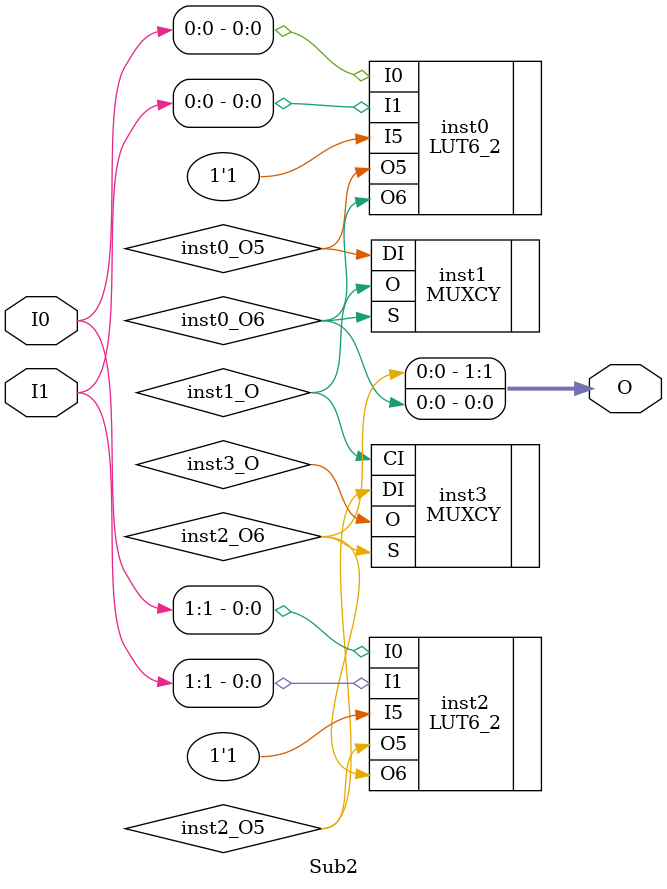
<source format=v>
module Sub2 (input [1:0] I0, input [1:0] I1, output [1:0] O);
wire  inst0_O5;
wire  inst0_O6;
wire  inst1_O;
wire  inst2_O5;
wire  inst2_O6;
wire  inst3_O;
LUT6_2 #(.INIT(64'h4444444444444443)) inst0 (.I0(I0[0]), .I1(I1[0]), .I5(1'b1), .O5(inst0_O5), .O6(inst0_O6));
MUXCY inst1 (.DI(inst0_O5), .S(inst0_O6), .O(inst1_O));
LUT6_2 #(.INIT(64'h4444444444444443)) inst2 (.I0(I0[1]), .I1(I1[1]), .I5(1'b1), .O5(inst2_O5), .O6(inst2_O6));
MUXCY inst3 (.DI(inst2_O5), .CI(inst1_O), .S(inst2_O6), .O(inst3_O));
assign O = {inst2_O6,inst0_O6};
endmodule


</source>
